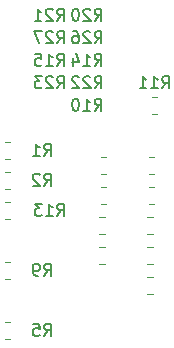
<source format=gbr>
G04 #@! TF.GenerationSoftware,KiCad,Pcbnew,5.1.5+dfsg1-2build2*
G04 #@! TF.CreationDate,2023-03-21T22:00:02+00:00*
G04 #@! TF.ProjectId,pps-rom-dumper,7070732d-726f-46d2-9d64-756d7065722e,rev?*
G04 #@! TF.SameCoordinates,Original*
G04 #@! TF.FileFunction,Legend,Bot*
G04 #@! TF.FilePolarity,Positive*
%FSLAX46Y46*%
G04 Gerber Fmt 4.6, Leading zero omitted, Abs format (unit mm)*
G04 Created by KiCad (PCBNEW 5.1.5+dfsg1-2build2) date 2023-03-21 22:00:02*
%MOMM*%
%LPD*%
G04 APERTURE LIST*
%ADD10C,0.120000*%
%ADD11C,0.150000*%
G04 APERTURE END LIST*
D10*
X110844064Y-62330000D02*
X110389936Y-62330000D01*
X110844064Y-60860000D02*
X110389936Y-60860000D01*
X114908064Y-62330000D02*
X114453936Y-62330000D01*
X114908064Y-60860000D02*
X114453936Y-60860000D01*
X110717064Y-67410000D02*
X110262936Y-67410000D01*
X110717064Y-65940000D02*
X110262936Y-65940000D01*
X114781064Y-67410000D02*
X114326936Y-67410000D01*
X114781064Y-65940000D02*
X114326936Y-65940000D01*
X110844064Y-59790000D02*
X110389936Y-59790000D01*
X110844064Y-58320000D02*
X110389936Y-58320000D01*
X114908064Y-59790000D02*
X114453936Y-59790000D01*
X114908064Y-58320000D02*
X114453936Y-58320000D01*
X110717064Y-64870000D02*
X110262936Y-64870000D01*
X110717064Y-63400000D02*
X110262936Y-63400000D01*
X114781064Y-64870000D02*
X114326936Y-64870000D01*
X114781064Y-63400000D02*
X114326936Y-63400000D01*
X102716064Y-63600000D02*
X102261936Y-63600000D01*
X102716064Y-62130000D02*
X102261936Y-62130000D01*
X114707936Y-53240000D02*
X115162064Y-53240000D01*
X114707936Y-54710000D02*
X115162064Y-54710000D01*
X114326936Y-68480000D02*
X114781064Y-68480000D01*
X114326936Y-69950000D02*
X114781064Y-69950000D01*
X102716064Y-68680000D02*
X102261936Y-68680000D01*
X102716064Y-67210000D02*
X102261936Y-67210000D01*
X102716064Y-73760000D02*
X102261936Y-73760000D01*
X102716064Y-72290000D02*
X102261936Y-72290000D01*
X102716064Y-61060000D02*
X102261936Y-61060000D01*
X102716064Y-59590000D02*
X102261936Y-59590000D01*
X102716064Y-58520000D02*
X102261936Y-58520000D01*
X102716064Y-57050000D02*
X102261936Y-57050000D01*
D11*
X106687857Y-48712380D02*
X107021190Y-48236190D01*
X107259285Y-48712380D02*
X107259285Y-47712380D01*
X106878333Y-47712380D01*
X106783095Y-47760000D01*
X106735476Y-47807619D01*
X106687857Y-47902857D01*
X106687857Y-48045714D01*
X106735476Y-48140952D01*
X106783095Y-48188571D01*
X106878333Y-48236190D01*
X107259285Y-48236190D01*
X106306904Y-47807619D02*
X106259285Y-47760000D01*
X106164047Y-47712380D01*
X105925952Y-47712380D01*
X105830714Y-47760000D01*
X105783095Y-47807619D01*
X105735476Y-47902857D01*
X105735476Y-47998095D01*
X105783095Y-48140952D01*
X106354523Y-48712380D01*
X105735476Y-48712380D01*
X105402142Y-47712380D02*
X104735476Y-47712380D01*
X105164047Y-48712380D01*
X109862857Y-48712380D02*
X110196190Y-48236190D01*
X110434285Y-48712380D02*
X110434285Y-47712380D01*
X110053333Y-47712380D01*
X109958095Y-47760000D01*
X109910476Y-47807619D01*
X109862857Y-47902857D01*
X109862857Y-48045714D01*
X109910476Y-48140952D01*
X109958095Y-48188571D01*
X110053333Y-48236190D01*
X110434285Y-48236190D01*
X109481904Y-47807619D02*
X109434285Y-47760000D01*
X109339047Y-47712380D01*
X109100952Y-47712380D01*
X109005714Y-47760000D01*
X108958095Y-47807619D01*
X108910476Y-47902857D01*
X108910476Y-47998095D01*
X108958095Y-48140952D01*
X109529523Y-48712380D01*
X108910476Y-48712380D01*
X108053333Y-47712380D02*
X108243809Y-47712380D01*
X108339047Y-47760000D01*
X108386666Y-47807619D01*
X108481904Y-47950476D01*
X108529523Y-48140952D01*
X108529523Y-48521904D01*
X108481904Y-48617142D01*
X108434285Y-48664761D01*
X108339047Y-48712380D01*
X108148571Y-48712380D01*
X108053333Y-48664761D01*
X108005714Y-48617142D01*
X107958095Y-48521904D01*
X107958095Y-48283809D01*
X108005714Y-48188571D01*
X108053333Y-48140952D01*
X108148571Y-48093333D01*
X108339047Y-48093333D01*
X108434285Y-48140952D01*
X108481904Y-48188571D01*
X108529523Y-48283809D01*
X106687857Y-52522380D02*
X107021190Y-52046190D01*
X107259285Y-52522380D02*
X107259285Y-51522380D01*
X106878333Y-51522380D01*
X106783095Y-51570000D01*
X106735476Y-51617619D01*
X106687857Y-51712857D01*
X106687857Y-51855714D01*
X106735476Y-51950952D01*
X106783095Y-51998571D01*
X106878333Y-52046190D01*
X107259285Y-52046190D01*
X106306904Y-51617619D02*
X106259285Y-51570000D01*
X106164047Y-51522380D01*
X105925952Y-51522380D01*
X105830714Y-51570000D01*
X105783095Y-51617619D01*
X105735476Y-51712857D01*
X105735476Y-51808095D01*
X105783095Y-51950952D01*
X106354523Y-52522380D01*
X105735476Y-52522380D01*
X105402142Y-51522380D02*
X104783095Y-51522380D01*
X105116428Y-51903333D01*
X104973571Y-51903333D01*
X104878333Y-51950952D01*
X104830714Y-51998571D01*
X104783095Y-52093809D01*
X104783095Y-52331904D01*
X104830714Y-52427142D01*
X104878333Y-52474761D01*
X104973571Y-52522380D01*
X105259285Y-52522380D01*
X105354523Y-52474761D01*
X105402142Y-52427142D01*
X109862857Y-52522380D02*
X110196190Y-52046190D01*
X110434285Y-52522380D02*
X110434285Y-51522380D01*
X110053333Y-51522380D01*
X109958095Y-51570000D01*
X109910476Y-51617619D01*
X109862857Y-51712857D01*
X109862857Y-51855714D01*
X109910476Y-51950952D01*
X109958095Y-51998571D01*
X110053333Y-52046190D01*
X110434285Y-52046190D01*
X109481904Y-51617619D02*
X109434285Y-51570000D01*
X109339047Y-51522380D01*
X109100952Y-51522380D01*
X109005714Y-51570000D01*
X108958095Y-51617619D01*
X108910476Y-51712857D01*
X108910476Y-51808095D01*
X108958095Y-51950952D01*
X109529523Y-52522380D01*
X108910476Y-52522380D01*
X108529523Y-51617619D02*
X108481904Y-51570000D01*
X108386666Y-51522380D01*
X108148571Y-51522380D01*
X108053333Y-51570000D01*
X108005714Y-51617619D01*
X107958095Y-51712857D01*
X107958095Y-51808095D01*
X108005714Y-51950952D01*
X108577142Y-52522380D01*
X107958095Y-52522380D01*
X106687857Y-46807380D02*
X107021190Y-46331190D01*
X107259285Y-46807380D02*
X107259285Y-45807380D01*
X106878333Y-45807380D01*
X106783095Y-45855000D01*
X106735476Y-45902619D01*
X106687857Y-45997857D01*
X106687857Y-46140714D01*
X106735476Y-46235952D01*
X106783095Y-46283571D01*
X106878333Y-46331190D01*
X107259285Y-46331190D01*
X106306904Y-45902619D02*
X106259285Y-45855000D01*
X106164047Y-45807380D01*
X105925952Y-45807380D01*
X105830714Y-45855000D01*
X105783095Y-45902619D01*
X105735476Y-45997857D01*
X105735476Y-46093095D01*
X105783095Y-46235952D01*
X106354523Y-46807380D01*
X105735476Y-46807380D01*
X104783095Y-46807380D02*
X105354523Y-46807380D01*
X105068809Y-46807380D02*
X105068809Y-45807380D01*
X105164047Y-45950238D01*
X105259285Y-46045476D01*
X105354523Y-46093095D01*
X109862857Y-46807380D02*
X110196190Y-46331190D01*
X110434285Y-46807380D02*
X110434285Y-45807380D01*
X110053333Y-45807380D01*
X109958095Y-45855000D01*
X109910476Y-45902619D01*
X109862857Y-45997857D01*
X109862857Y-46140714D01*
X109910476Y-46235952D01*
X109958095Y-46283571D01*
X110053333Y-46331190D01*
X110434285Y-46331190D01*
X109481904Y-45902619D02*
X109434285Y-45855000D01*
X109339047Y-45807380D01*
X109100952Y-45807380D01*
X109005714Y-45855000D01*
X108958095Y-45902619D01*
X108910476Y-45997857D01*
X108910476Y-46093095D01*
X108958095Y-46235952D01*
X109529523Y-46807380D01*
X108910476Y-46807380D01*
X108291428Y-45807380D02*
X108196190Y-45807380D01*
X108100952Y-45855000D01*
X108053333Y-45902619D01*
X108005714Y-45997857D01*
X107958095Y-46188333D01*
X107958095Y-46426428D01*
X108005714Y-46616904D01*
X108053333Y-46712142D01*
X108100952Y-46759761D01*
X108196190Y-46807380D01*
X108291428Y-46807380D01*
X108386666Y-46759761D01*
X108434285Y-46712142D01*
X108481904Y-46616904D01*
X108529523Y-46426428D01*
X108529523Y-46188333D01*
X108481904Y-45997857D01*
X108434285Y-45902619D01*
X108386666Y-45855000D01*
X108291428Y-45807380D01*
X106687857Y-50617380D02*
X107021190Y-50141190D01*
X107259285Y-50617380D02*
X107259285Y-49617380D01*
X106878333Y-49617380D01*
X106783095Y-49665000D01*
X106735476Y-49712619D01*
X106687857Y-49807857D01*
X106687857Y-49950714D01*
X106735476Y-50045952D01*
X106783095Y-50093571D01*
X106878333Y-50141190D01*
X107259285Y-50141190D01*
X105735476Y-50617380D02*
X106306904Y-50617380D01*
X106021190Y-50617380D02*
X106021190Y-49617380D01*
X106116428Y-49760238D01*
X106211666Y-49855476D01*
X106306904Y-49903095D01*
X104830714Y-49617380D02*
X105306904Y-49617380D01*
X105354523Y-50093571D01*
X105306904Y-50045952D01*
X105211666Y-49998333D01*
X104973571Y-49998333D01*
X104878333Y-50045952D01*
X104830714Y-50093571D01*
X104783095Y-50188809D01*
X104783095Y-50426904D01*
X104830714Y-50522142D01*
X104878333Y-50569761D01*
X104973571Y-50617380D01*
X105211666Y-50617380D01*
X105306904Y-50569761D01*
X105354523Y-50522142D01*
X109862857Y-50617380D02*
X110196190Y-50141190D01*
X110434285Y-50617380D02*
X110434285Y-49617380D01*
X110053333Y-49617380D01*
X109958095Y-49665000D01*
X109910476Y-49712619D01*
X109862857Y-49807857D01*
X109862857Y-49950714D01*
X109910476Y-50045952D01*
X109958095Y-50093571D01*
X110053333Y-50141190D01*
X110434285Y-50141190D01*
X108910476Y-50617380D02*
X109481904Y-50617380D01*
X109196190Y-50617380D02*
X109196190Y-49617380D01*
X109291428Y-49760238D01*
X109386666Y-49855476D01*
X109481904Y-49903095D01*
X108053333Y-49950714D02*
X108053333Y-50617380D01*
X108291428Y-49569761D02*
X108529523Y-50284047D01*
X107910476Y-50284047D01*
X106687857Y-63317380D02*
X107021190Y-62841190D01*
X107259285Y-63317380D02*
X107259285Y-62317380D01*
X106878333Y-62317380D01*
X106783095Y-62365000D01*
X106735476Y-62412619D01*
X106687857Y-62507857D01*
X106687857Y-62650714D01*
X106735476Y-62745952D01*
X106783095Y-62793571D01*
X106878333Y-62841190D01*
X107259285Y-62841190D01*
X105735476Y-63317380D02*
X106306904Y-63317380D01*
X106021190Y-63317380D02*
X106021190Y-62317380D01*
X106116428Y-62460238D01*
X106211666Y-62555476D01*
X106306904Y-62603095D01*
X105402142Y-62317380D02*
X104783095Y-62317380D01*
X105116428Y-62698333D01*
X104973571Y-62698333D01*
X104878333Y-62745952D01*
X104830714Y-62793571D01*
X104783095Y-62888809D01*
X104783095Y-63126904D01*
X104830714Y-63222142D01*
X104878333Y-63269761D01*
X104973571Y-63317380D01*
X105259285Y-63317380D01*
X105354523Y-63269761D01*
X105402142Y-63222142D01*
X115577857Y-52522380D02*
X115911190Y-52046190D01*
X116149285Y-52522380D02*
X116149285Y-51522380D01*
X115768333Y-51522380D01*
X115673095Y-51570000D01*
X115625476Y-51617619D01*
X115577857Y-51712857D01*
X115577857Y-51855714D01*
X115625476Y-51950952D01*
X115673095Y-51998571D01*
X115768333Y-52046190D01*
X116149285Y-52046190D01*
X114625476Y-52522380D02*
X115196904Y-52522380D01*
X114911190Y-52522380D02*
X114911190Y-51522380D01*
X115006428Y-51665238D01*
X115101666Y-51760476D01*
X115196904Y-51808095D01*
X113673095Y-52522380D02*
X114244523Y-52522380D01*
X113958809Y-52522380D02*
X113958809Y-51522380D01*
X114054047Y-51665238D01*
X114149285Y-51760476D01*
X114244523Y-51808095D01*
X109862857Y-54427380D02*
X110196190Y-53951190D01*
X110434285Y-54427380D02*
X110434285Y-53427380D01*
X110053333Y-53427380D01*
X109958095Y-53475000D01*
X109910476Y-53522619D01*
X109862857Y-53617857D01*
X109862857Y-53760714D01*
X109910476Y-53855952D01*
X109958095Y-53903571D01*
X110053333Y-53951190D01*
X110434285Y-53951190D01*
X108910476Y-54427380D02*
X109481904Y-54427380D01*
X109196190Y-54427380D02*
X109196190Y-53427380D01*
X109291428Y-53570238D01*
X109386666Y-53665476D01*
X109481904Y-53713095D01*
X108291428Y-53427380D02*
X108196190Y-53427380D01*
X108100952Y-53475000D01*
X108053333Y-53522619D01*
X108005714Y-53617857D01*
X107958095Y-53808333D01*
X107958095Y-54046428D01*
X108005714Y-54236904D01*
X108053333Y-54332142D01*
X108100952Y-54379761D01*
X108196190Y-54427380D01*
X108291428Y-54427380D01*
X108386666Y-54379761D01*
X108434285Y-54332142D01*
X108481904Y-54236904D01*
X108529523Y-54046428D01*
X108529523Y-53808333D01*
X108481904Y-53617857D01*
X108434285Y-53522619D01*
X108386666Y-53475000D01*
X108291428Y-53427380D01*
X105576666Y-68397380D02*
X105910000Y-67921190D01*
X106148095Y-68397380D02*
X106148095Y-67397380D01*
X105767142Y-67397380D01*
X105671904Y-67445000D01*
X105624285Y-67492619D01*
X105576666Y-67587857D01*
X105576666Y-67730714D01*
X105624285Y-67825952D01*
X105671904Y-67873571D01*
X105767142Y-67921190D01*
X106148095Y-67921190D01*
X105100476Y-68397380D02*
X104910000Y-68397380D01*
X104814761Y-68349761D01*
X104767142Y-68302142D01*
X104671904Y-68159285D01*
X104624285Y-67968809D01*
X104624285Y-67587857D01*
X104671904Y-67492619D01*
X104719523Y-67445000D01*
X104814761Y-67397380D01*
X105005238Y-67397380D01*
X105100476Y-67445000D01*
X105148095Y-67492619D01*
X105195714Y-67587857D01*
X105195714Y-67825952D01*
X105148095Y-67921190D01*
X105100476Y-67968809D01*
X105005238Y-68016428D01*
X104814761Y-68016428D01*
X104719523Y-67968809D01*
X104671904Y-67921190D01*
X104624285Y-67825952D01*
X105576666Y-73477380D02*
X105910000Y-73001190D01*
X106148095Y-73477380D02*
X106148095Y-72477380D01*
X105767142Y-72477380D01*
X105671904Y-72525000D01*
X105624285Y-72572619D01*
X105576666Y-72667857D01*
X105576666Y-72810714D01*
X105624285Y-72905952D01*
X105671904Y-72953571D01*
X105767142Y-73001190D01*
X106148095Y-73001190D01*
X104671904Y-72477380D02*
X105148095Y-72477380D01*
X105195714Y-72953571D01*
X105148095Y-72905952D01*
X105052857Y-72858333D01*
X104814761Y-72858333D01*
X104719523Y-72905952D01*
X104671904Y-72953571D01*
X104624285Y-73048809D01*
X104624285Y-73286904D01*
X104671904Y-73382142D01*
X104719523Y-73429761D01*
X104814761Y-73477380D01*
X105052857Y-73477380D01*
X105148095Y-73429761D01*
X105195714Y-73382142D01*
X105576666Y-60777380D02*
X105910000Y-60301190D01*
X106148095Y-60777380D02*
X106148095Y-59777380D01*
X105767142Y-59777380D01*
X105671904Y-59825000D01*
X105624285Y-59872619D01*
X105576666Y-59967857D01*
X105576666Y-60110714D01*
X105624285Y-60205952D01*
X105671904Y-60253571D01*
X105767142Y-60301190D01*
X106148095Y-60301190D01*
X105195714Y-59872619D02*
X105148095Y-59825000D01*
X105052857Y-59777380D01*
X104814761Y-59777380D01*
X104719523Y-59825000D01*
X104671904Y-59872619D01*
X104624285Y-59967857D01*
X104624285Y-60063095D01*
X104671904Y-60205952D01*
X105243333Y-60777380D01*
X104624285Y-60777380D01*
X105576666Y-58237380D02*
X105910000Y-57761190D01*
X106148095Y-58237380D02*
X106148095Y-57237380D01*
X105767142Y-57237380D01*
X105671904Y-57285000D01*
X105624285Y-57332619D01*
X105576666Y-57427857D01*
X105576666Y-57570714D01*
X105624285Y-57665952D01*
X105671904Y-57713571D01*
X105767142Y-57761190D01*
X106148095Y-57761190D01*
X104624285Y-58237380D02*
X105195714Y-58237380D01*
X104910000Y-58237380D02*
X104910000Y-57237380D01*
X105005238Y-57380238D01*
X105100476Y-57475476D01*
X105195714Y-57523095D01*
M02*

</source>
